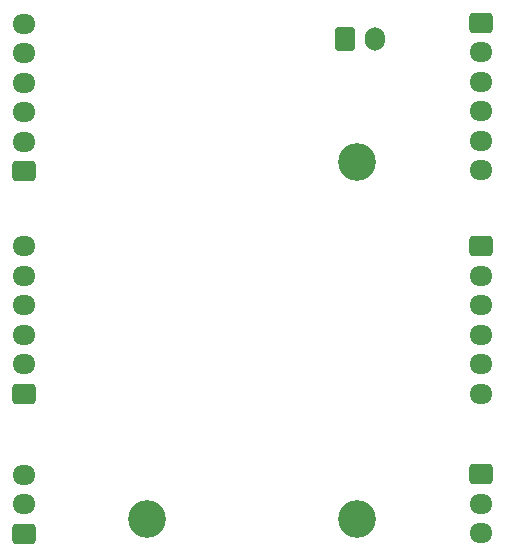
<source format=gbr>
%TF.GenerationSoftware,KiCad,Pcbnew,(6.0.4)*%
%TF.CreationDate,2022-04-18T00:34:21+09:00*%
%TF.ProjectId,chuniAir,6368756e-6941-4697-922e-6b696361645f,rev?*%
%TF.SameCoordinates,Original*%
%TF.FileFunction,Soldermask,Top*%
%TF.FilePolarity,Negative*%
%FSLAX46Y46*%
G04 Gerber Fmt 4.6, Leading zero omitted, Abs format (unit mm)*
G04 Created by KiCad (PCBNEW (6.0.4)) date 2022-04-18 00:34:21*
%MOMM*%
%LPD*%
G01*
G04 APERTURE LIST*
G04 Aperture macros list*
%AMRoundRect*
0 Rectangle with rounded corners*
0 $1 Rounding radius*
0 $2 $3 $4 $5 $6 $7 $8 $9 X,Y pos of 4 corners*
0 Add a 4 corners polygon primitive as box body*
4,1,4,$2,$3,$4,$5,$6,$7,$8,$9,$2,$3,0*
0 Add four circle primitives for the rounded corners*
1,1,$1+$1,$2,$3*
1,1,$1+$1,$4,$5*
1,1,$1+$1,$6,$7*
1,1,$1+$1,$8,$9*
0 Add four rect primitives between the rounded corners*
20,1,$1+$1,$2,$3,$4,$5,0*
20,1,$1+$1,$4,$5,$6,$7,0*
20,1,$1+$1,$6,$7,$8,$9,0*
20,1,$1+$1,$8,$9,$2,$3,0*%
G04 Aperture macros list end*
%ADD10C,3.200000*%
%ADD11RoundRect,0.250000X0.725000X-0.600000X0.725000X0.600000X-0.725000X0.600000X-0.725000X-0.600000X0*%
%ADD12O,1.950000X1.700000*%
%ADD13RoundRect,0.250000X-0.600000X-0.750000X0.600000X-0.750000X0.600000X0.750000X-0.600000X0.750000X0*%
%ADD14O,1.700000X2.000000*%
%ADD15RoundRect,0.250000X-0.725000X0.600000X-0.725000X-0.600000X0.725000X-0.600000X0.725000X0.600000X0*%
G04 APERTURE END LIST*
D10*
%TO.C,REF\u002A\u002A*%
X106680000Y-54737000D03*
%TD*%
%TO.C,REF\u002A\u002A*%
X88900000Y-84963000D03*
%TD*%
%TO.C,REF\u002A\u002A*%
X106680000Y-84963000D03*
%TD*%
D11*
%TO.C,Left_Sensor1*%
X78486000Y-55499000D03*
D12*
X78486000Y-52999000D03*
X78486000Y-50499000D03*
X78486000Y-47999000D03*
X78486000Y-45499000D03*
X78486000Y-42999000D03*
%TD*%
D13*
%TO.C,Power1*%
X105684000Y-44306000D03*
D14*
X108184000Y-44306000D03*
%TD*%
D11*
%TO.C,Left_LED1*%
X78469000Y-86193000D03*
D12*
X78469000Y-83693000D03*
X78469000Y-81193000D03*
%TD*%
D15*
%TO.C,Right_Sensor2*%
X117221000Y-61849000D03*
D12*
X117221000Y-64349000D03*
X117221000Y-66849000D03*
X117221000Y-69349000D03*
X117221000Y-71849000D03*
X117221000Y-74349000D03*
%TD*%
D15*
%TO.C,Right_Sensor1*%
X117221000Y-42926000D03*
D12*
X117221000Y-45426000D03*
X117221000Y-47926000D03*
X117221000Y-50426000D03*
X117221000Y-52926000D03*
X117221000Y-55426000D03*
%TD*%
D15*
%TO.C,Right_LED1*%
X117221000Y-81153000D03*
D12*
X117221000Y-83653000D03*
X117221000Y-86153000D03*
%TD*%
D11*
%TO.C,Left_Sensor2*%
X78469000Y-74362000D03*
D12*
X78469000Y-71862000D03*
X78469000Y-69362000D03*
X78469000Y-66862000D03*
X78469000Y-64362000D03*
X78469000Y-61862000D03*
%TD*%
M02*

</source>
